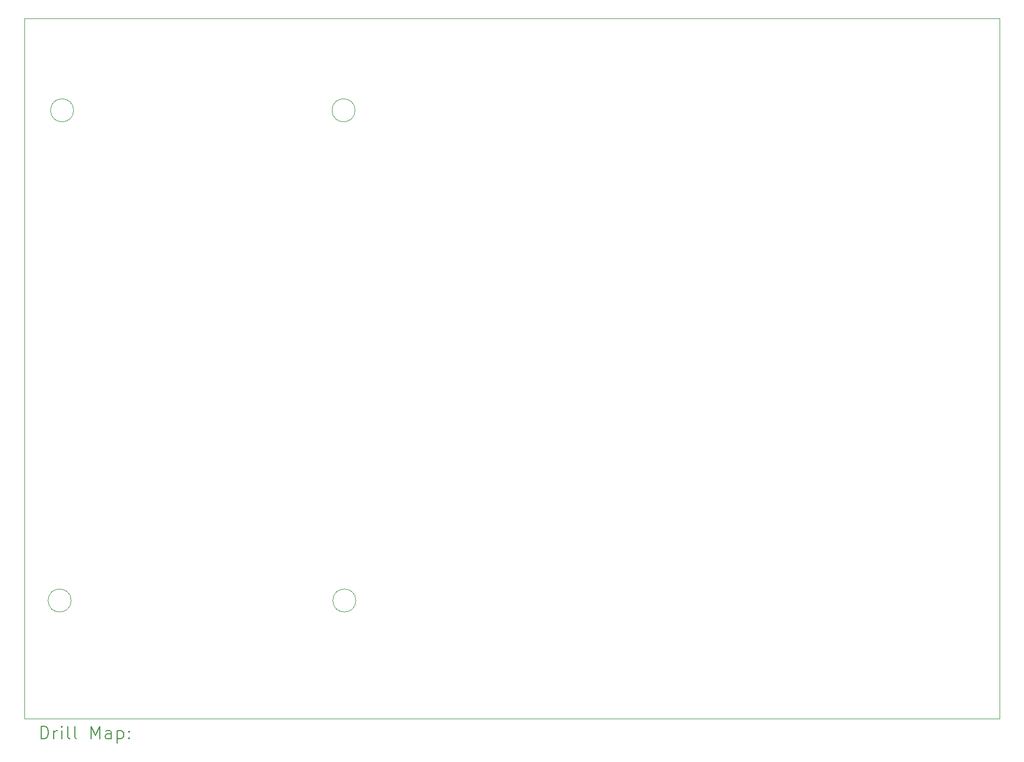
<source format=gbr>
%TF.GenerationSoftware,KiCad,Pcbnew,8.0.5*%
%TF.CreationDate,2024-11-19T19:36:28+01:00*%
%TF.ProjectId,board,626f6172-642e-46b6-9963-61645f706362,rev?*%
%TF.SameCoordinates,Original*%
%TF.FileFunction,Drillmap*%
%TF.FilePolarity,Positive*%
%FSLAX45Y45*%
G04 Gerber Fmt 4.5, Leading zero omitted, Abs format (unit mm)*
G04 Created by KiCad (PCBNEW 8.0.5) date 2024-11-19 19:36:28*
%MOMM*%
%LPD*%
G01*
G04 APERTURE LIST*
%ADD10C,0.050000*%
%ADD11C,0.120000*%
%ADD12C,0.200000*%
G04 APERTURE END LIST*
D10*
X9500000Y-3184000D02*
X24719000Y-3184000D01*
X24719000Y-14126000D01*
X9500000Y-14126000D01*
X9500000Y-3184000D01*
D11*
X10227105Y-12277100D02*
G75*
G02*
X9867895Y-12277100I-179605J0D01*
G01*
X9867895Y-12277100D02*
G75*
G02*
X10227105Y-12277100I179605J0D01*
G01*
X10265205Y-4619000D02*
G75*
G02*
X9905995Y-4619000I-179605J0D01*
G01*
X9905995Y-4619000D02*
G75*
G02*
X10265205Y-4619000I179605J0D01*
G01*
X14659405Y-4619000D02*
G75*
G02*
X14300195Y-4619000I-179605J0D01*
G01*
X14300195Y-4619000D02*
G75*
G02*
X14659405Y-4619000I179605J0D01*
G01*
X14672105Y-12277100D02*
G75*
G02*
X14312895Y-12277100I-179605J0D01*
G01*
X14312895Y-12277100D02*
G75*
G02*
X14672105Y-12277100I179605J0D01*
G01*
D12*
X9758277Y-14439984D02*
X9758277Y-14239984D01*
X9758277Y-14239984D02*
X9805896Y-14239984D01*
X9805896Y-14239984D02*
X9834467Y-14249508D01*
X9834467Y-14249508D02*
X9853515Y-14268555D01*
X9853515Y-14268555D02*
X9863039Y-14287603D01*
X9863039Y-14287603D02*
X9872563Y-14325698D01*
X9872563Y-14325698D02*
X9872563Y-14354269D01*
X9872563Y-14354269D02*
X9863039Y-14392365D01*
X9863039Y-14392365D02*
X9853515Y-14411412D01*
X9853515Y-14411412D02*
X9834467Y-14430460D01*
X9834467Y-14430460D02*
X9805896Y-14439984D01*
X9805896Y-14439984D02*
X9758277Y-14439984D01*
X9958277Y-14439984D02*
X9958277Y-14306650D01*
X9958277Y-14344746D02*
X9967801Y-14325698D01*
X9967801Y-14325698D02*
X9977324Y-14316174D01*
X9977324Y-14316174D02*
X9996372Y-14306650D01*
X9996372Y-14306650D02*
X10015420Y-14306650D01*
X10082086Y-14439984D02*
X10082086Y-14306650D01*
X10082086Y-14239984D02*
X10072563Y-14249508D01*
X10072563Y-14249508D02*
X10082086Y-14259031D01*
X10082086Y-14259031D02*
X10091610Y-14249508D01*
X10091610Y-14249508D02*
X10082086Y-14239984D01*
X10082086Y-14239984D02*
X10082086Y-14259031D01*
X10205896Y-14439984D02*
X10186848Y-14430460D01*
X10186848Y-14430460D02*
X10177324Y-14411412D01*
X10177324Y-14411412D02*
X10177324Y-14239984D01*
X10310658Y-14439984D02*
X10291610Y-14430460D01*
X10291610Y-14430460D02*
X10282086Y-14411412D01*
X10282086Y-14411412D02*
X10282086Y-14239984D01*
X10539229Y-14439984D02*
X10539229Y-14239984D01*
X10539229Y-14239984D02*
X10605896Y-14382841D01*
X10605896Y-14382841D02*
X10672563Y-14239984D01*
X10672563Y-14239984D02*
X10672563Y-14439984D01*
X10853515Y-14439984D02*
X10853515Y-14335222D01*
X10853515Y-14335222D02*
X10843991Y-14316174D01*
X10843991Y-14316174D02*
X10824944Y-14306650D01*
X10824944Y-14306650D02*
X10786848Y-14306650D01*
X10786848Y-14306650D02*
X10767801Y-14316174D01*
X10853515Y-14430460D02*
X10834467Y-14439984D01*
X10834467Y-14439984D02*
X10786848Y-14439984D01*
X10786848Y-14439984D02*
X10767801Y-14430460D01*
X10767801Y-14430460D02*
X10758277Y-14411412D01*
X10758277Y-14411412D02*
X10758277Y-14392365D01*
X10758277Y-14392365D02*
X10767801Y-14373317D01*
X10767801Y-14373317D02*
X10786848Y-14363793D01*
X10786848Y-14363793D02*
X10834467Y-14363793D01*
X10834467Y-14363793D02*
X10853515Y-14354269D01*
X10948753Y-14306650D02*
X10948753Y-14506650D01*
X10948753Y-14316174D02*
X10967801Y-14306650D01*
X10967801Y-14306650D02*
X11005896Y-14306650D01*
X11005896Y-14306650D02*
X11024944Y-14316174D01*
X11024944Y-14316174D02*
X11034467Y-14325698D01*
X11034467Y-14325698D02*
X11043991Y-14344746D01*
X11043991Y-14344746D02*
X11043991Y-14401888D01*
X11043991Y-14401888D02*
X11034467Y-14420936D01*
X11034467Y-14420936D02*
X11024944Y-14430460D01*
X11024944Y-14430460D02*
X11005896Y-14439984D01*
X11005896Y-14439984D02*
X10967801Y-14439984D01*
X10967801Y-14439984D02*
X10948753Y-14430460D01*
X11129705Y-14420936D02*
X11139229Y-14430460D01*
X11139229Y-14430460D02*
X11129705Y-14439984D01*
X11129705Y-14439984D02*
X11120182Y-14430460D01*
X11120182Y-14430460D02*
X11129705Y-14420936D01*
X11129705Y-14420936D02*
X11129705Y-14439984D01*
X11129705Y-14316174D02*
X11139229Y-14325698D01*
X11139229Y-14325698D02*
X11129705Y-14335222D01*
X11129705Y-14335222D02*
X11120182Y-14325698D01*
X11120182Y-14325698D02*
X11129705Y-14316174D01*
X11129705Y-14316174D02*
X11129705Y-14335222D01*
M02*

</source>
